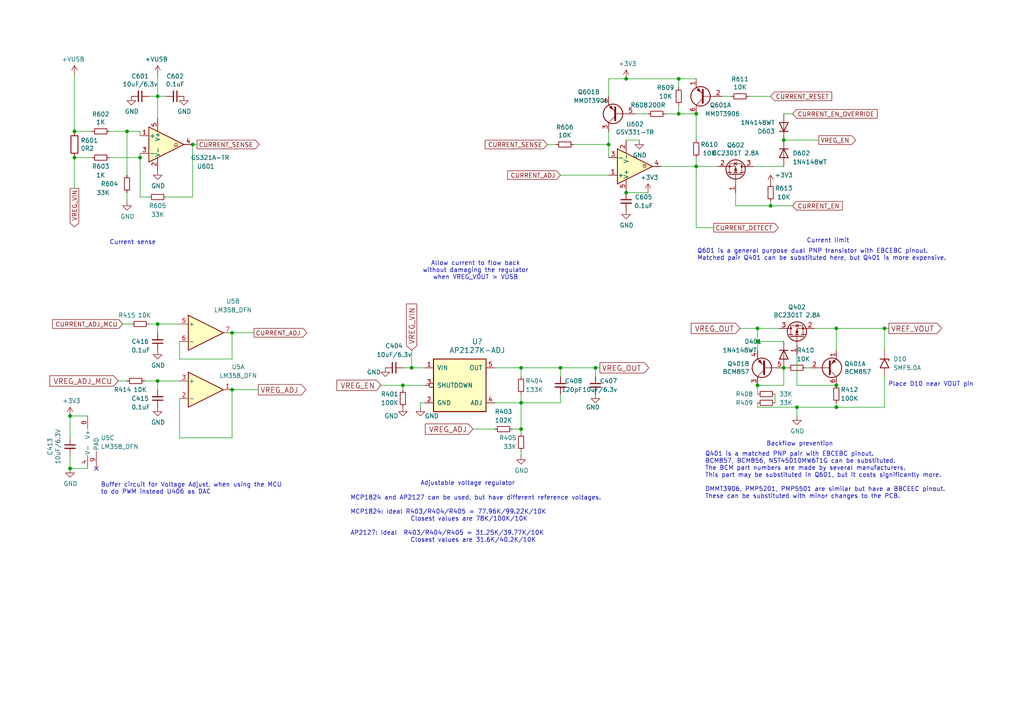
<source format=kicad_sch>
(kicad_sch (version 20231120) (generator "eeschema") (generator_version "8.0")
  (paper "A4")
  (lib_symbols
    (symbol "Amplifier_Operational:LM358_DFN" (pin_names (offset 0.127))
      (property "Reference" "U" (at 0 5.08 0))
      (property "Value" "LM358_DFN" (at 0 -5.08 0))
      (symbol "LM358_DFN_1_1"
        (polyline (pts (xy -5.08 5.08) (xy 5.08 0) (xy -5.08 -5.08) (xy -5.08 5.08)) (stroke (width 0.254)) (fill (type background)))
        (pin output line (at 7.62 0 180) (length 2.54) (name "~") (number "1"))
        (pin input line (at -7.62 -2.54 0) (length 2.54) (name "-") (number "2"))
        (pin input line (at -7.62 2.54 0) (length 2.54) (name "+") (number "3"))
      )
      (symbol "LM358_DFN_2_1"
        (polyline (pts (xy -5.08 5.08) (xy 5.08 0) (xy -5.08 -5.08) (xy -5.08 5.08)) (stroke (width 0.254)) (fill (type background)))
        (pin input line (at -7.62 2.54 0) (length 2.54) (name "+") (number "5"))
        (pin input line (at -7.62 -2.54 0) (length 2.54) (name "-") (number "6"))
        (pin output line (at 7.62 0 180) (length 2.54) (name "~") (number "7"))
      )
      (symbol "LM358_DFN_3_1"
        (pin power_in line (at -2.54 -7.62 90) (length 3.81) (name "V-") (number "4"))
        (pin power_in line (at -2.54 7.62 270) (length 3.81) (name "V+") (number "8"))
        (pin power_in line (at 0 -7.62 90) (length 5.08) (name "PAD") (number "9"))
      )
    )
    (symbol "BusPirate-5-rev10-rescue:+3.3V-power" (power) (pin_names (offset 0))
      (property "Value" "+3.3V-power" (at 0 3.556 0))
      (symbol "+3.3V-power_0_1"
        (polyline (pts (xy -0.762 1.27) (xy 0 2.54)))
        (polyline (pts (xy 0 0) (xy 0 2.54)))
        (polyline (pts (xy 0 2.54) (xy 0.762 1.27)))
      )
      (symbol "+3.3V-power_1_1"
        (pin power_in line (at 0 0 90) (length 0) hide (name "+3V3") (number "1"))
      )
    )
    (symbol "Comparator:LMV331" (pin_names (offset 0.127))
      (property "Reference" "U" (at 1.27 5.08 0))
      (property "Value" "LMV331" (at 3.81 -5.08 0))
      (symbol "LMV331_0_1"
        (polyline (pts (xy -5.08 5.08) (xy 5.08 0) (xy -5.08 -5.08) (xy -5.08 5.08)) (stroke (width 0.254)) (fill (type background)))
        (polyline (pts (xy 3.302 -0.508) (xy 2.794 -0.508) (xy 3.302 0) (xy 2.794 0.508) (xy 2.286 0) (xy 2.794 -0.508) (xy 2.286 -0.508)) (stroke (width 0.127)))
      )
      (symbol "LMV331_1_1"
        (pin input line (at -7.62 2.54 0) (length 2.54) (name "+") (number "1"))
        (pin power_in line (at -2.54 -7.62 90) (length 3.81) (name "V-") (number "2"))
        (pin input line (at -7.62 -2.54 0) (length 2.54) (name "-") (number "3"))
        (pin open_collector line (at 7.62 0 180) (length 2.54) (name "~") (number "4"))
        (pin power_in line (at -2.54 7.62 270) (length 3.81) (name "V+") (number "5"))
      )
    )
    (symbol "Device:C_Small" (pin_numbers hide) (pin_names (offset 0.254) hide)
      (property "Reference" "C" (at 0.254 1.778 0))
      (property "Value" "C_Small" (at 0.254 -2.032 0))
      (symbol "C_Small_0_1"
        (polyline (pts (xy -1.524 -0.508) (xy 1.524 -0.508)) (stroke (width 0.3302)))
        (polyline (pts (xy -1.524 0.508) (xy 1.524 0.508)) (stroke (width 0.3048)))
      )
      (symbol "C_Small_1_1"
        (pin passive line (at 0 2.54 270) (length 2.032) (name "~") (number "1"))
        (pin passive line (at 0 -2.54 90) (length 2.032) (name "~") (number "2"))
      )
    )
    (symbol "Device:R" (pin_numbers hide) (pin_names (offset 0))
      (property "Reference" "R" (at 2.032 0 90))
      (property "Value" "R" (at 0 0 90))
      (symbol "R_0_1"
        (rectangle (start -1.016 -2.54) (end 1.016 2.54) (stroke (width 0.254)))
      )
      (symbol "R_1_1"
        (pin passive line (at 0 3.81 270) (length 1.27) (name "~") (number "1"))
        (pin passive line (at 0 -3.81 90) (length 1.27) (name "~") (number "2"))
      )
    )
    (symbol "Device:R_Small" (pin_numbers hide) (pin_names (offset 0.254) hide)
      (property "Reference" "R" (at 0.762 0.508 0))
      (property "Value" "R_Small" (at 0.762 -1.016 0))
      (symbol "R_Small_0_1"
        (rectangle (start -0.762 1.778) (end 0.762 -1.778) (stroke (width 0.2032)))
      )
      (symbol "R_Small_1_1"
        (pin passive line (at 0 2.54 270) (length 0.762) (name "~") (number "1"))
        (pin passive line (at 0 -2.54 90) (length 0.762) (name "~") (number "2"))
      )
    )
    (symbol "Diode:1N4148WS" (pin_numbers hide) (pin_names hide)
      (property "Reference" "D" (at 0 2.54 0))
      (property "Value" "1N4148WS" (at 0 -2.54 0))
      (symbol "1N4148WS_0_1"
        (polyline (pts (xy -1.27 1.27) (xy -1.27 -1.27)) (stroke (width 0.254)))
        (polyline (pts (xy 1.27 0) (xy -1.27 0)))
        (polyline (pts (xy 1.27 1.27) (xy 1.27 -1.27) (xy -1.27 0) (xy 1.27 1.27)) (stroke (width 0.254)))
      )
      (symbol "1N4148WS_1_1"
        (pin passive line (at -3.81 0 0) (length 2.54) (name "K") (number "1"))
        (pin passive line (at 3.81 0 180) (length 2.54) (name "A") (number "2"))
      )
    )
    (symbol "Diode:SMAJ5.0A" (pin_numbers hide) (pin_names (offset 1.016) hide)
      (property "Reference" "D" (at 0 2.54 0))
      (property "Value" "SMAJ5.0A" (at 0 -2.54 0))
      (symbol "SMAJ5.0A_0_1"
        (polyline (pts (xy -0.762 1.27) (xy -1.27 1.27) (xy -1.27 -1.27)) (stroke (width 0.254)))
        (polyline (pts (xy 1.27 1.27) (xy 1.27 -1.27) (xy -1.27 0) (xy 1.27 1.27)) (stroke (width 0.254)))
      )
      (symbol "SMAJ5.0A_1_1"
        (pin passive line (at -3.81 0 0) (length 2.54) (name "A1") (number "1"))
        (pin passive line (at 3.81 0 180) (length 2.54) (name "A2") (number "2"))
      )
    )
    (symbol "Transistor_FET:BSS84" (pin_names hide)
      (property "Reference" "Q" (at 5.08 1.905 0))
      (property "Value" "BSS84" (at 5.08 0 0))
      (symbol "BSS84_0_1"
        (polyline (pts (xy 0.254 0) (xy -2.54 0)))
        (polyline (pts (xy 0.254 1.905) (xy 0.254 -1.905)) (stroke (width 0.254)))
        (polyline (pts (xy 0.762 -1.27) (xy 0.762 -2.286)) (stroke (width 0.254)))
        (polyline (pts (xy 0.762 0.508) (xy 0.762 -0.508)) (stroke (width 0.254)))
        (polyline (pts (xy 0.762 2.286) (xy 0.762 1.27)) (stroke (width 0.254)))
        (polyline (pts (xy 2.54 2.54) (xy 2.54 1.778)))
        (polyline (pts (xy 2.54 -2.54) (xy 2.54 0) (xy 0.762 0)))
        (polyline (pts (xy 0.762 1.778) (xy 3.302 1.778) (xy 3.302 -1.778) (xy 0.762 -1.778)))
        (polyline (pts (xy 2.286 0) (xy 1.27 0.381) (xy 1.27 -0.381) (xy 2.286 0)) (fill (type outline)))
        (polyline (pts (xy 2.794 -0.508) (xy 2.921 -0.381) (xy 3.683 -0.381) (xy 3.81 -0.254)))
        (polyline (pts (xy 3.302 -0.381) (xy 2.921 0.254) (xy 3.683 0.254) (xy 3.302 -0.381)))
        (circle (center 1.651 0) (radius 2.794) (stroke (width 0.254)))
        (circle (center 2.54 -1.778) (radius 0.254) (fill (type outline)))
        (circle (center 2.54 1.778) (radius 0.254) (fill (type outline)))
      )
      (symbol "BSS84_1_1"
        (pin input line (at -5.08 0 0) (length 2.54) (name "G") (number "1"))
        (pin passive line (at 2.54 -5.08 90) (length 2.54) (name "S") (number "2"))
        (pin passive line (at 2.54 5.08 270) (length 2.54) (name "D") (number "3"))
      )
    )
    (symbol "dp-power:+VUSB" (power) (pin_names (offset 1.016))
      (property "Value" "+VUSB" (at 0 5.08 0))
      (symbol "+VUSB_0_1"
        (polyline (pts (xy 0 0) (xy 0 2.54)))
        (polyline (pts (xy 0 2.54) (xy -0.762 1.27)))
        (polyline (pts (xy 0 2.54) (xy 0.762 1.27)))
      )
      (symbol "+VUSB_1_1"
        (pin power_in line (at 0 0 90) (length 0) hide (name "+VUSB") (number "1"))
      )
    )
    (symbol "dp-vreg:MCP1824" (pin_names (offset 1.016))
      (property "Reference" "U" (at 0 12.7 0))
      (property "Value" "MCP1824" (at 0 10.16 0))
      (symbol "MCP1824_0_1"
        (rectangle (start -7.62 7.62) (end 7.62 -7.62) (stroke (width 0.3048)) (fill (type background)))
      )
      (symbol "MCP1824_1_1"
        (pin input line (at -10.16 5.08 0) (length 2.54) (name "VIN") (number "1"))
        (pin input line (at -10.16 -5.08 0) (length 2.54) (name "GND") (number "2"))
        (pin input inverted (at -10.16 0 0) (length 2.54) (name "SHUTDOWN") (number "3"))
        (pin input line (at 10.16 -5.08 180) (length 2.54) (name "ADJ") (number "4"))
        (pin power_out line (at 10.16 5.08 180) (length 2.54) (name "OUT") (number "5"))
      )
    )
    (symbol "kicad5-device:Q_DUAL_PNP_PNP_E1B1C2E2B2C1" (pin_names (offset 0) hide)
      (property "Reference" "Q" (at 5.08 1.27 0))
      (property "Value" "Q_DUAL_PNP_PNP_E1B1C2E2B2C1" (at 5.08 -1.27 0))
      (symbol "Q_DUAL_PNP_PNP_E1B1C2E2B2C1_0_1"
        (polyline (pts (xy 0.635 0) (xy -2.54 0)))
        (polyline (pts (xy 0.635 0.635) (xy 2.54 2.54)))
        (polyline (pts (xy 0.635 -0.635) (xy 2.54 -2.54) (xy 2.54 -2.54)))
        (polyline (pts (xy 0.635 1.905) (xy 0.635 -1.905) (xy 0.635 -1.905)) (stroke (width 0.508)))
        (polyline (pts (xy 2.286 -1.778) (xy 1.778 -2.286) (xy 1.27 -1.27) (xy 2.286 -1.778) (xy 2.286 -1.778)) (fill (type outline)))
        (circle (center 1.27 0) (radius 2.8194) (stroke (width 0.254)))
      )
      (symbol "Q_DUAL_PNP_PNP_E1B1C2E2B2C1_1_1"
        (pin passive line (at 2.54 -5.08 90) (length 2.54) (name "E1") (number "1"))
        (pin input line (at -5.08 0 0) (length 2.54) (name "B1") (number "2"))
        (pin passive line (at 2.54 5.08 270) (length 2.54) (name "C1") (number "6"))
      )
      (symbol "Q_DUAL_PNP_PNP_E1B1C2E2B2C1_2_1"
        (pin passive line (at 2.54 5.08 270) (length 2.54) (name "C2") (number "3"))
        (pin passive line (at 2.54 -5.08 90) (length 2.54) (name "E2") (number "4"))
        (pin input line (at -5.08 0 0) (length 2.54) (name "B2") (number "5"))
      )
    )
    (symbol "power:GND" (power) (pin_names (offset 0))
      (property "Value" "GND" (at 0 -3.81 0))
      (symbol "GND_0_1"
        (polyline (pts (xy 0 0) (xy 0 -1.27) (xy 1.27 -1.27) (xy 0 -2.54) (xy -1.27 -1.27) (xy 0 -1.27)))
      )
      (symbol "GND_1_1"
        (pin power_in line (at 0 0 270) (length 0) hide (name "GND") (number "1"))
      )
    )
  )
  (junction (at 219.71 95.25))
  (junction (at 201.93 48.26))
  (junction (at 151.13 106.68))
  (junction (at 227.33 40.64))
  (junction (at 242.57 111.76))
  (junction (at 201.93 33.02))
  (junction (at 231.14 118.11))
  (junction (at 162.56 106.68))
  (junction (at 116.84 111.76))
  (junction (at 219.71 111.76))
  (junction (at 242.57 95.25))
  (junction (at 256.54 95.25))
  (junction (at 20.32 120.65))
  (junction (at 181.61 22.86))
  (junction (at 196.85 33.02))
  (junction (at 45.72 27.94))
  (junction (at 21.59 38.1))
  (junction (at 67.31 113.03))
  (junction (at 40.64 45.72))
  (junction (at 151.13 124.46))
  (junction (at 45.72 93.98))
  (junction (at 119.38 106.68))
  (junction (at 45.72 110.49))
  (junction (at 181.61 55.88))
  (junction (at 172.72 106.68))
  (junction (at 219.71 99.06))
  (junction (at 55.88 41.91))
  (junction (at 242.57 118.11))
  (junction (at 20.32 135.89))
  (junction (at 176.53 41.91))
  (junction (at 227.33 106.68))
  (junction (at 36.83 38.1))
  (junction (at 151.13 116.84))
  (junction (at 196.85 22.86))
  (junction (at 21.59 45.72))
  (junction (at 67.31 96.52))
  (junction (at 223.52 59.69))
  (no_connect (at 27.94 135.89))
  (wire (pts (xy 213.36 59.69) (xy 213.36 55.88)))
  (wire (pts (xy 227.33 106.68) (xy 227.33 111.76)))
  (wire (pts (xy 26.67 45.72) (xy 21.59 45.72)))
  (wire (pts (xy 151.13 132.08) (xy 151.13 130.81)))
  (wire (pts (xy 176.53 50.8) (xy 162.56 50.8)))
  (wire (pts (xy 20.32 132.08) (xy 20.32 135.89)))
  (wire (pts (xy 67.31 127) (xy 67.31 113.03)))
  (wire (pts (xy 176.53 41.91) (xy 176.53 45.72)))
  (wire (pts (xy 52.07 110.49) (xy 45.72 110.49)))
  (wire (pts (xy 223.52 27.94) (xy 217.17 27.94)))
  (wire (pts (xy 151.13 125.73) (xy 151.13 124.46)))
  (wire (pts (xy 20.32 120.65) (xy 20.32 127)))
  (wire (pts (xy 166.37 41.91) (xy 176.53 41.91)))
  (wire (pts (xy 181.61 22.86) (xy 176.53 22.86)))
  (wire (pts (xy 31.75 38.1) (xy 36.83 38.1)))
  (wire (pts (xy 233.68 106.68) (xy 234.95 106.68)))
  (wire (pts (xy 161.29 41.91) (xy 158.75 41.91)))
  (wire (pts (xy 151.13 116.84) (xy 162.56 116.84)))
  (wire (pts (xy 242.57 111.76) (xy 231.14 111.76)))
  (wire (pts (xy 191.77 48.26) (xy 201.93 48.26)))
  (wire (pts (xy 45.72 93.98) (xy 45.72 96.52)))
  (wire (pts (xy 123.19 116.84) (xy 121.92 116.84)))
  (wire (pts (xy 40.64 38.1) (xy 40.64 39.37)))
  (wire (pts (xy 67.31 104.14) (xy 67.31 96.52)))
  (wire (pts (xy 40.64 57.15) (xy 40.64 45.72)))
  (wire (pts (xy 45.72 27.94) (xy 45.72 21.59)))
  (wire (pts (xy 21.59 38.1) (xy 21.59 21.59)))
  (wire (pts (xy 151.13 116.84) (xy 151.13 114.3)))
  (wire (pts (xy 116.84 111.76) (xy 110.49 111.76)))
  (wire (pts (xy 187.96 33.02) (xy 184.15 33.02)))
  (wire (pts (xy 193.04 33.02) (xy 196.85 33.02)))
  (wire (pts (xy 151.13 109.22) (xy 151.13 106.68)))
  (wire (pts (xy 226.06 95.25) (xy 219.71 95.25)))
  (wire (pts (xy 172.72 106.68) (xy 173.99 106.68)))
  (wire (pts (xy 231.14 120.65) (xy 231.14 118.11)))
  (wire (pts (xy 196.85 33.02) (xy 201.93 33.02)))
  (wire (pts (xy 43.18 57.15) (xy 40.64 57.15)))
  (wire (pts (xy 201.93 66.04) (xy 201.93 48.26)))
  (wire (pts (xy 36.83 55.88) (xy 36.83 58.42)))
  (wire (pts (xy 256.54 95.25) (xy 257.81 95.25)))
  (wire (pts (xy 55.88 41.91) (xy 55.88 57.15)))
  (wire (pts (xy 137.16 124.46) (xy 143.51 124.46)))
  (wire (pts (xy 256.54 118.11) (xy 242.57 118.11)))
  (wire (pts (xy 21.59 45.72) (xy 21.59 54.61)))
  (wire (pts (xy 55.88 57.15) (xy 48.26 57.15)))
  (wire (pts (xy 67.31 96.52) (xy 73.66 96.52)))
  (wire (pts (xy 52.07 99.06) (xy 52.07 104.14)))
  (wire (pts (xy 236.22 95.25) (xy 242.57 95.25)))
  (wire (pts (xy 143.51 106.68) (xy 151.13 106.68)))
  (wire (pts (xy 213.36 59.69) (xy 223.52 59.69)))
  (wire (pts (xy 229.87 59.69) (xy 223.52 59.69)))
  (wire (pts (xy 181.61 22.86) (xy 196.85 22.86)))
  (wire (pts (xy 219.71 101.6) (xy 219.71 99.06)))
  (wire (pts (xy 162.56 116.84) (xy 162.56 114.3)))
  (wire (pts (xy 242.57 116.84) (xy 242.57 118.11)))
  (wire (pts (xy 196.85 22.86) (xy 201.93 22.86)))
  (wire (pts (xy 151.13 106.68) (xy 162.56 106.68)))
  (wire (pts (xy 40.64 44.45) (xy 40.64 45.72)))
  (wire (pts (xy 214.63 95.25) (xy 219.71 95.25)))
  (wire (pts (xy 181.61 55.88) (xy 187.96 55.88)))
  (wire (pts (xy 201.93 48.26) (xy 201.93 45.72)))
  (wire (pts (xy 218.44 48.26) (xy 227.33 48.26)))
  (wire (pts (xy 119.38 101.6) (xy 119.38 106.68)))
  (wire (pts (xy 231.14 118.11) (xy 219.71 118.11)))
  (wire (pts (xy 172.72 106.68) (xy 172.72 109.22)))
  (wire (pts (xy 55.88 41.91) (xy 57.15 41.91)))
  (wire (pts (xy 151.13 124.46) (xy 151.13 116.84)))
  (wire (pts (xy 212.09 27.94) (xy 209.55 27.94)))
  (wire (pts (xy 181.61 40.64) (xy 185.42 40.64)))
  (wire (pts (xy 207.01 66.04) (xy 201.93 66.04)))
  (wire (pts (xy 237.49 40.64) (xy 227.33 40.64)))
  (wire (pts (xy 219.71 111.76) (xy 219.71 114.3)))
  (wire (pts (xy 176.53 27.94) (xy 176.53 22.86)))
  (wire (pts (xy 45.72 113.03) (xy 45.72 110.49)))
  (wire (pts (xy 52.07 115.57) (xy 52.07 127)))
  (wire (pts (xy 224.79 114.3) (xy 224.79 116.84)))
  (wire (pts (xy 116.84 106.68) (xy 119.38 106.68)))
  (wire (pts (xy 116.84 113.03) (xy 116.84 111.76)))
  (wire (pts (xy 52.07 127) (xy 67.31 127)))
  (wire (pts (xy 143.51 116.84) (xy 151.13 116.84)))
  (wire (pts (xy 26.67 38.1) (xy 21.59 38.1)))
  (wire (pts (xy 231.14 111.76) (xy 231.14 102.87)))
  (wire (pts (xy 45.72 93.98) (xy 52.07 93.98)))
  (wire (pts (xy 119.38 106.68) (xy 123.19 106.68)))
  (wire (pts (xy 52.07 104.14) (xy 67.31 104.14)))
  (wire (pts (xy 148.59 124.46) (xy 151.13 124.46)))
  (wire (pts (xy 176.53 38.1) (xy 176.53 41.91)))
  (wire (pts (xy 227.33 99.06) (xy 219.71 99.06)))
  (wire (pts (xy 36.83 50.8) (xy 36.83 38.1)))
  (wire (pts (xy 45.72 110.49) (xy 41.91 110.49)))
  (wire (pts (xy 74.93 113.03) (xy 67.31 113.03)))
  (wire (pts (xy 123.19 111.76) (xy 116.84 111.76)))
  (wire (pts (xy 201.93 40.64) (xy 201.93 33.02)))
  (wire (pts (xy 196.85 25.4) (xy 196.85 22.86)))
  (wire (pts (xy 256.54 95.25) (xy 256.54 101.6)))
  (wire (pts (xy 219.71 111.76) (xy 227.33 111.76)))
  (wire (pts (xy 242.57 95.25) (xy 242.57 101.6)))
  (wire (pts (xy 162.56 109.22) (xy 162.56 106.68)))
  (wire (pts (xy 162.56 106.68) (xy 172.72 106.68)))
  (wire (pts (xy 208.28 48.26) (xy 201.93 48.26)))
  (wire (pts (xy 219.71 116.84) (xy 219.71 118.11)))
  (wire (pts (xy 36.83 110.49) (xy 34.29 110.49)))
  (wire (pts (xy 228.6 106.68) (xy 227.33 106.68)))
  (wire (pts (xy 40.64 45.72) (xy 31.75 45.72)))
  (wire (pts (xy 196.85 30.48) (xy 196.85 33.02)))
  (wire (pts (xy 219.71 99.06) (xy 219.71 95.25)))
  (wire (pts (xy 43.18 27.94) (xy 45.72 27.94)))
  (wire (pts (xy 36.83 38.1) (xy 40.64 38.1)))
  (wire (pts (xy 256.54 109.22) (xy 256.54 118.11)))
  (wire (pts (xy 20.32 120.65) (xy 25.4 120.65)))
  (wire (pts (xy 45.72 27.94) (xy 45.72 34.29)))
  (wire (pts (xy 223.52 58.42) (xy 223.52 59.69)))
  (wire (pts (xy 43.18 93.98) (xy 45.72 93.98)))
  (wire (pts (xy 229.87 33.02) (xy 227.33 33.02)))
  (wire (pts (xy 121.92 116.84) (xy 121.92 118.11)))
  (wire (pts (xy 242.57 95.25) (xy 256.54 95.25)))
  (wire (pts (xy 45.72 27.94) (xy 48.26 27.94)))
  (wire (pts (xy 242.57 118.11) (xy 231.14 118.11)))
  (wire (pts (xy 20.32 135.89) (xy 25.4 135.89)))
  (wire (pts (xy 38.1 93.98) (xy 35.56 93.98)))
  (text "Adjustable voltage regulator" (at 121.92 140.97 0) (effects (font (size 1.27 1.27)) (justify left bottom)))
  (text "Backflow prevention" (at 222.25 129.54 0) (effects (font (size 1.27 1.27)) (justify left bottom)))
  (text "Q401 is a matched PNP pair with EBCEBC pinout.\nBCM857, BCM856, NST45010MW6T1G can be substituted. \nThe BCM part numbers are made by several manufacturers.\nThis part may be substituted in Q601, but it costs significantly more.\n\nDMMT3906, PMP5201, PMP5501 are similar but have a BBCEEC pinout.\nThese can be substituted with minor changes to the PCB." (at 204.47 144.78 0) (effects (font (size 1.27 1.27)) (justify left bottom)))
  (text "Current sense" (at 31.75 71.12 0) (effects (font (size 1.27 1.27)) (justify left bottom)))
  (text "Place D10 near VOUT pin" (at 270.002 111.506 0) (effects (font (size 1.27 1.27))))
  (text "Allow current to flow back\nwithout damaging the regulator\nwhen VREG_VOUT > VUSB" (at 137.922 78.486 0) (effects (font (size 1.27 1.27))))
  (text "MCP1824 and AP2127 can be used, but have different reference voltages.\n\nMCP1824: Ideal R403/R404/R405 = 77.96K/99.22K/10K\n                  Closest values are 78K/100K/10K\n\nAP2127: Ideal  R403/R404/R405 = 31.25K/39.77K/10K\n                  Closest values are 31.6K/40.2K/10K" (at 101.6 157.48 0) (effects (font (size 1.27 1.27)) (justify left bottom)))
  (text "Current limit" (at 233.934 70.612 0) (effects (font (size 1.27 1.27)) (justify left bottom)))
  (text "Buffer circuit for Voltage Adjust, when using the MCU\nto do PWM instead U406 as DAC" (at 29.21 143.51 0) (effects (font (size 1.27 1.27)) (justify left bottom)))
  (text "Q601 is a general purpose dual PNP transistor with EBCEBC pinout. \nMatched pair Q401 can be substituted here, but Q401 is more expensive.\n" (at 202.184 75.692 0) (effects (font (size 1.27 1.27)) (justify left bottom)))
  (global_label "CURRENT_ADJ" (shape input) (at 162.56 50.8 180) (property "Intersheetrefs" "${INTERSHEET_REFS}" (effects (hide yes))))
  (global_label "VREG_OUT" (shape input) (at 214.63 95.25 180) (effects (font (size 1.524 1.524))) (property "Intersheetrefs" "${INTERSHEET_REFS}" (effects (hide yes))))
  (global_label "VREG_VIN" (shape output) (at 21.59 54.61 270) (property "Intersheetrefs" "${INTERSHEET_REFS}" (effects (hide yes))))
  (global_label "VREG_ADJ" (shape output) (at 74.93 113.03 0) (effects (font (size 1.524 1.524))) (property "Intersheetrefs" "${INTERSHEET_REFS}" (effects (hide yes))))
  (global_label "CURRENT_ADJ" (shape output) (at 73.66 96.52 0) (property "Intersheetrefs" "${INTERSHEET_REFS}" (effects (hide yes))))
  (global_label "CURRENT_DETECT" (shape output) (at 207.01 66.04 0) (property "Intersheetrefs" "${INTERSHEET_REFS}" (effects (hide yes))))
  (global_label "VREG_ADJ" (shape input) (at 137.16 124.46 180) (effects (font (size 1.524 1.524))) (property "Intersheetrefs" "${INTERSHEET_REFS}" (effects (hide yes))))
  (global_label "VREG_EN" (shape output) (at 237.49 40.64 0) (property "Intersheetrefs" "${INTERSHEET_REFS}" (effects (hide yes))))
  (global_label "VREG_OUT" (shape output) (at 173.99 106.68 0) (effects (font (size 1.524 1.524))) (property "Intersheetrefs" "${INTERSHEET_REFS}" (effects (hide yes))))
  (global_label "VREF_VOUT" (shape output) (at 257.81 95.25 0) (effects (font (size 1.524 1.524))) (property "Intersheetrefs" "${INTERSHEET_REFS}" (effects (hide yes))))
  (global_label "CURRENT_SENSE" (shape input) (at 158.75 41.91 180) (property "Intersheetrefs" "${INTERSHEET_REFS}" (effects (hide yes))))
  (global_label "VREG_EN" (shape input) (at 110.49 111.76 180) (effects (font (size 1.524 1.524))) (property "Intersheetrefs" "${INTERSHEET_REFS}" (effects (hide yes))))
  (global_label "VREG_ADJ_MCU" (shape input) (at 34.29 110.49 180) (effects (font (size 1.524 1.524))) (property "Intersheetrefs" "${INTERSHEET_REFS}" (effects (hide yes))))
  (global_label "CURRENT_SENSE" (shape output) (at 57.15 41.91 0) (property "Intersheetrefs" "${INTERSHEET_REFS}" (effects (hide yes))))
  (global_label "VREG_VIN" (shape input) (at 119.38 101.6 90) (effects (font (size 1.524 1.524))) (property "Intersheetrefs" "${INTERSHEET_REFS}" (effects (hide yes))))
  (global_label "CURRENT_EN" (shape input) (at 229.87 59.69 0) (property "Intersheetrefs" "${INTERSHEET_REFS}" (effects (hide yes))))
  (global_label "CURRENT_EN_OVERRIDE" (shape input) (at 229.87 33.02 0) (property "Intersheetrefs" "${INTERSHEET_REFS}" (effects (hide yes))))
  (global_label "CURRENT_RESET" (shape input) (at 223.52 27.94 0) (property "Intersheetrefs" "${INTERSHEET_REFS}" (effects (hide yes))))
  (global_label "CURRENT_ADJ_MCU" (shape input) (at 35.56 93.98 180) (property "Intersheetrefs" "${INTERSHEET_REFS}" (effects (hide yes))))
  (symbol (lib_id "dp-vreg:MCP1824") (at 133.35 111.76 0) (unit 1)
    (property "Reference" "U?" (at 138.43 99.06 0) (effects (font (size 1.524 1.524))))
    (property "Value" "AP2127K-ADJ" (at 138.43 101.6 0) (effects (font (size 1.524 1.524))))
    (property "Footprint" "Package_TO_SOT_SMD:SOT-23-5" (effects (hide yes)))
    (property "RMB" "2.68" (effects (hide yes)))
    (property "Supplier" " https://item.szlcsc.com/157049.html" (effects (hide yes)))
    (instances (project "REV0" (path "" (reference "U?") (unit 1)) (path "" (reference "U403") (unit 1))))
  )
  (symbol (lib_id "power:GND") (at 121.92 118.11 0) (unit 1)
    (property "Reference" "#PWR0412" (effects (hide yes)))
    (property "Value" "GND" (at 123.19 120.65 0) (effects (justify left)))
  )
  (symbol (lib_id "Device:C_Small") (at 172.72 111.76 0) (unit 1)
    (property "Reference" "C407" (at 179.07 110.49 0) (effects (justify right)))
    (property "Value" "10uF/6.3v" (at 179.07 113.03 0) (effects (justify right)))
    (property "Footprint" "Capacitor_SMD:C_0402_1005Metric" (effects (hide yes)))
    (property "Description" "CL05A106MQ5NUN" (effects (hide yes)))
    (property "RMB" "0.037726" (effects (hide yes)))
    (property "Supplier" "https://item.szlcsc.com/1877.html" (effects (hide yes)))
    (property "MANUFACTURER" "Samsung" (effects (hide yes)))
  )
  (symbol (lib_id "power:GND") (at 172.72 114.3 0) (unit 1)
    (property "Reference" "#PWR0419" (effects (hide yes)))
    (property "Value" "GND" (at 173.99 118.11 0) (effects (justify right)))
  )
  (symbol (lib_id "Device:C_Small") (at 114.3 106.68 270) (unit 1)
    (property "Reference" "C404" (at 114.3 100.33 90))
    (property "Value" "10uF/6.3v" (at 114.3 102.87 90))
    (property "Footprint" "Capacitor_SMD:C_0402_1005Metric" (effects (hide yes)))
    (property "Description" "CL05A106MQ5NUN" (effects (hide yes)))
    (property "RMB" "0.037726" (effects (hide yes)))
    (property "Supplier" "https://item.szlcsc.com/1877.html" (effects (hide yes)))
    (property "MANUFACTURER" "Samsung" (effects (hide yes)))
  )
  (symbol (lib_id "power:GND") (at 111.76 106.68 0) (unit 1)
    (property "Reference" "#PWR0410" (effects (hide yes)))
    (property "Value" "GND" (at 110.49 107.95 0) (effects (justify right)))
  )
  (symbol (lib_id "Device:R_Small") (at 116.84 115.57 0) (unit 1)
    (property "Reference" "R401" (at 115.57 114.3 0) (effects (justify right)))
    (property "Value" "100K" (at 115.57 116.84 0) (effects (justify right)))
    (property "Footprint" "Resistor_SMD:R_0402_1005Metric" (effects (hide yes)))
    (property "RMB" "0.005749" (effects (hide yes)))
    (property "Supplier" "https://item.szlcsc.com/61543.html" (effects (hide yes)))
  )
  (symbol (lib_id "power:GND") (at 116.84 118.11 0) (unit 1)
    (property "Reference" "#PWR0411" (effects (hide yes)))
    (property "Value" "GND" (at 115.57 120.65 0) (effects (justify right)))
  )
  (symbol (lib_id "Device:R_Small") (at 151.13 111.76 0) (unit 1)
    (property "Reference" "R404" (at 152.4 110.49 0) (effects (justify left)))
    (property "Value" "133K" (at 152.4 113.03 0) (effects (justify left)))
    (property "Footprint" "Resistor_SMD:R_0402_1005Metric" (effects (hide yes)))
    (property "RMB" "0.005749" (effects (hide yes)))
    (property "Supplier" "https://item.szlcsc.com/61543.html" (effects (hide yes)))
  )
  (symbol (lib_id "Device:R_Small") (at 151.13 128.27 0) (unit 1)
    (property "Reference" "R405" (at 149.86 127 0) (effects (justify right)))
    (property "Value" "33K" (at 149.86 129.54 0) (effects (justify right)))
    (property "Footprint" "Resistor_SMD:R_0402_1005Metric" (effects (hide yes)))
    (property "RMB" "0.004864" (effects (hide yes)))
    (property "Supplier" "https://item.szlcsc.com/61542.html" (effects (hide yes)))
  )
  (symbol (lib_id "Device:R_Small") (at 146.05 124.46 90) (unit 1)
    (property "Reference" "R403" (at 146.05 119.38 90))
    (property "Value" "102K" (at 146.05 121.92 90))
    (property "Footprint" "Resistor_SMD:R_0402_1005Metric" (effects (hide yes)))
    (property "RMB" "0.005944" (effects (hide yes)))
    (property "Supplier" "https://item.szlcsc.com/174835.html" (effects (hide yes)))
  )
  (symbol (lib_id "power:GND") (at 151.13 132.08 0) (unit 1)
    (property "Reference" "#PWR0417" (effects (hide yes)))
    (property "Value" "GND" (at 151.257 136.4742 0))
  )
  (symbol (lib_id "Device:R_Small") (at 29.21 38.1 270) (unit 1)
    (property "Reference" "R602" (at 29.21 33.1216 90))
    (property "Value" "1K" (at 29.21 35.433 90))
    (property "Footprint" "Resistor_SMD:R_0402_1005Metric" (effects (hide yes)))
    (property "RMB" "0.005622" (effects (hide yes)))
    (property "Supplier" "https://item.szlcsc.com/107450.html" (effects (hide yes)))
  )
  (symbol (lib_id "Device:R") (at 21.59 41.91 0) (unit 1)
    (property "Reference" "R601" (at 23.368 40.7416 0) (effects (justify left)))
    (property "Value" "0R2" (at 23.368 43.053 0) (effects (justify left)))
    (property "Footprint" "Resistor_SMD:R_2512_6332Metric_Pad1.40x3.35mm_HandSolder" (effects (hide yes)))
    (property "RMB" "0.418328" (effects (hide yes)))
    (property "Supplier" "https://item.szlcsc.com/464030.html" (effects (hide yes)))
  )
  (symbol (lib_id "Device:R_Small") (at 29.21 45.72 270) (unit 1)
    (property "Reference" "R603" (at 29.21 48.26 90))
    (property "Value" "1K" (at 29.21 50.8 90))
    (property "Footprint" "Resistor_SMD:R_0402_1005Metric" (effects (hide yes)))
    (property "RMB" "0.005622" (effects (hide yes)))
    (property "Supplier" "https://item.szlcsc.com/107450.html" (effects (hide yes)))
  )
  (symbol (lib_id "Device:R_Small") (at 36.83 53.34 180) (unit 1)
    (property "Reference" "R604" (at 29.21 53.34 0) (effects (justify right)))
    (property "Value" "33K" (at 27.94 55.88 0) (effects (justify right)))
    (property "Footprint" "Resistor_SMD:R_0402_1005Metric" (effects (hide yes)))
    (property "RMB" "0.005541" (effects (hide yes)))
    (property "Supplier" "https://item.szlcsc.com/141563.html" (effects (hide yes)))
  )
  (symbol (lib_id "power:GND") (at 36.83 58.42 0) (unit 1)
    (property "Reference" "#PWR0602" (effects (hide yes)))
    (property "Value" "GND" (at 36.957 62.8142 0))
  )
  (symbol (lib_id "power:GND") (at 45.72 49.53 0) (unit 1)
    (property "Reference" "#PWR0605" (effects (hide yes)))
    (property "Value" "GND" (at 45.847 53.9242 0))
  )
  (symbol (lib_id "Device:R_Small") (at 45.72 57.15 270) (unit 1)
    (property "Reference" "R605" (at 45.72 59.69 90))
    (property "Value" "33K" (at 45.72 62.23 90))
    (property "Footprint" "Resistor_SMD:R_0402_1005Metric" (effects (hide yes)))
    (property "RMB" "0.005541" (effects (hide yes)))
    (property "Supplier" "https://item.szlcsc.com/141563.html" (effects (hide yes)))
  )
  (symbol (lib_id "Device:C_Small") (at 50.8 27.94 270) (unit 1)
    (property "Reference" "C602" (at 50.8 22.1234 90))
    (property "Value" "0.1uF" (at 50.8 24.4348 90))
    (property "Footprint" "Capacitor_SMD:C_0402_1005Metric" (effects (hide yes)))
    (property "RMB" "0.00628" (effects (hide yes)))
    (property "Supplier" "https://item.szlcsc.com/1877.html" (effects (hide yes)))
  )
  (symbol (lib_id "Device:C_Small") (at 40.64 27.94 270) (unit 1)
    (property "Reference" "C601" (at 40.64 22.1234 90))
    (property "Value" "10uF/6.3v" (at 40.64 24.4348 90))
    (property "Footprint" "Capacitor_SMD:C_0402_1005Metric" (effects (hide yes)))
    (property "Description" "CL05A106MQ5NUN" (effects (hide yes)))
    (property "RMB" "0.043101" (effects (hide yes)))
    (property "Supplier" "https://item.szlcsc.com/108589.html" (effects (hide yes)))
    (property "MANUFACTURER" "Samsung" (effects (hide yes)))
  )
  (symbol (lib_id "power:GND") (at 53.34 27.94 0) (unit 1)
    (property "Reference" "#PWR0606" (effects (hide yes)))
    (property "Value" "GND" (at 53.467 32.3342 0))
  )
  (symbol (lib_id "power:GND") (at 38.1 27.94 0) (unit 1)
    (property "Reference" "#PWR0603" (effects (hide yes)))
    (property "Value" "GND" (at 38.227 32.3342 0))
  )
  (symbol (lib_id "Device:R_Small") (at 163.83 41.91 270) (unit 1)
    (property "Reference" "R606" (at 163.83 36.9316 90))
    (property "Value" "10K" (at 163.83 39.243 90))
    (property "Footprint" "Resistor_SMD:R_0402_1005Metric" (effects (hide yes)))
  )
  (symbol (lib_id "BusPirate-5-rev10-rescue:+3.3V-power") (at 181.61 22.86 0) (unit 1)
    (property "Reference" "#PWR0609" (effects (hide yes)))
    (property "Value" "+3V3" (at 181.991 18.4658 0))
  )
  (symbol (lib_id "Device:C_Small") (at 181.61 58.42 0) (unit 1)
    (property "Reference" "C605" (at 186.69 57.15 0))
    (property "Value" "0.1uF" (at 186.69 59.69 0))
    (property "Footprint" "Capacitor_SMD:C_0402_1005Metric" (effects (hide yes)))
    (property "RMB" "0.00628" (effects (hide yes)))
    (property "Supplier" "https://item.szlcsc.com/1877.html" (effects (hide yes)))
  )
  (symbol (lib_id "power:GND") (at 181.61 60.96 0) (unit 1)
    (property "Reference" "#PWR0610" (effects (hide yes)))
    (property "Value" "GND" (at 181.737 65.3542 0))
  )
  (symbol (lib_id "dp-power:+VUSB") (at 45.72 21.59 0) (unit 1)
    (property "Reference" "#PWR0604" (effects (hide yes)))
    (property "Value" "+VUSB" (at 45.339 17.1958 0))
  )
  (symbol (lib_id "dp-power:+VUSB") (at 21.59 21.59 0) (unit 1)
    (property "Reference" "#PWR0601" (effects (hide yes)))
    (property "Value" "+VUSB" (at 21.209 17.1958 0))
  )
  (symbol (lib_id "BusPirate-5-rev10-rescue:+3.3V-power") (at 187.96 55.88 0) (unit 1)
    (property "Reference" "#PWR0612" (effects (hide yes)))
    (property "Value" "+3V3" (at 188.341 51.4858 0))
  )
  (symbol (lib_id "power:GND") (at 185.42 40.64 0) (unit 1)
    (property "Reference" "#PWR0611" (effects (hide yes)))
    (property "Value" "GND" (at 185.547 45.0342 0))
  )
  (symbol (lib_id "Device:R_Small") (at 190.5 33.02 90) (unit 1)
    (property "Reference" "R608" (at 185.42 30.48 90))
    (property "Value" "200R" (at 190.5 30.48 90))
    (property "Footprint" "Resistor_SMD:R_0402_1005Metric" (effects (hide yes)))
  )
  (symbol (lib_id "Device:R_Small") (at 196.85 27.94 0) (unit 1)
    (property "Reference" "R609" (at 193.04 25.4 0))
    (property "Value" "10K" (at 193.04 27.94 0))
    (property "Footprint" "Resistor_SMD:R_0402_1005Metric" (effects (hide yes)))
  )
  (symbol (lib_id "Device:R_Small") (at 201.93 43.18 0) (unit 1)
    (property "Reference" "R610" (at 205.74 41.91 0))
    (property "Value" "10K" (at 205.74 44.45 0))
    (property "Footprint" "Resistor_SMD:R_0402_1005Metric" (effects (hide yes)))
  )
  (symbol (lib_id "Transistor_FET:BSS84") (at 213.36 50.8 270) (mirror x) (unit 1)
    (property "Reference" "Q602" (at 213.36 42.0878 90))
    (property "Value" "BC2301T 2.8A" (at 213.36 44.3992 90))
    (property "Footprint" "Package_TO_SOT_SMD:SOT-523" (effects (hide yes)))
    (property "Datasheet" "http://www.aosmd.com/pdfs/datasheet/AO3401A.pdf" (effects (hide yes)))
    (property "RMB" "0.232494" (effects (hide yes)))
    (property "Supplier" "https://item.szlcsc.com/76686.html" (effects (hide yes)))
  )
  (symbol (lib_id "Device:R_Small") (at 223.52 55.88 0) (unit 1)
    (property "Reference" "R613" (at 227.33 54.61 0))
    (property "Value" "10K" (at 227.33 57.15 0))
    (property "Footprint" "Resistor_SMD:R_0402_1005Metric" (effects (hide yes)))
  )
  (symbol (lib_id "BusPirate-5-rev10-rescue:+3.3V-power") (at 223.52 53.34 0) (unit 1)
    (property "Reference" "#PWR0613" (effects (hide yes)))
    (property "Value" "+3V3" (at 227.33 50.8 0))
  )
  (symbol (lib_id "Device:R_Small") (at 214.63 27.94 270) (unit 1)
    (property "Reference" "R611" (at 214.63 22.9616 90))
    (property "Value" "10K" (at 214.63 25.273 90))
    (property "Footprint" "Resistor_SMD:R_0402_1005Metric" (effects (hide yes)))
  )
  (symbol (lib_id "kicad5-device:Q_DUAL_PNP_PNP_E1B1C2E2B2C1") (at 204.47 27.94 180) (unit 1)
    (property "Reference" "Q601" (at 212.09 30.48 0) (effects (justify left)))
    (property "Value" "MMDT3906" (at 214.63 33.02 0) (effects (justify left)))
    (property "Footprint" "Package_TO_SOT_SMD:SOT-363_SC-70-6" (effects (hide yes)))
  )
  (symbol (lib_id "kicad5-device:Q_DUAL_PNP_PNP_E1B1C2E2B2C1") (at 179.07 33.02 180) (unit 2)
    (property "Reference" "Q601" (at 173.99 26.67 0) (effects (justify left)))
    (property "Value" "MMDT3906" (at 176.53 29.21 0) (effects (justify left)))
    (property "Footprint" "Package_TO_SOT_SMD:SOT-363_SC-70-6" (effects (hide yes)))
  )
  (symbol (lib_id "Diode:1N4148WS") (at 227.33 44.45 270) (unit 1)
    (property "Reference" "D602" (at 229.87 44.45 90) (effects (justify left)))
    (property "Value" "1N4148WT" (at 229.87 46.99 90) (effects (justify left)))
    (property "Footprint" "Diode_SMD:D_SOD-523" (effects (hide yes)))
    (property "Datasheet" "https://www.vishay.com/docs/85751/1n4148ws.pdf" (effects (hide yes)))
    (property "RMB" "0.182079" (effects (hide yes)))
    (property "Supplier" "https://item.szlcsc.com/120141.html" (effects (hide yes)))
  )
  (symbol (lib_id "Diode:1N4148WS") (at 227.33 36.83 90) (unit 1)
    (property "Reference" "D603" (at 224.79 38.1 90) (effects (justify left)))
    (property "Value" "1N4148WT" (at 224.79 35.56 90) (effects (justify left)))
    (property "Footprint" "Diode_SMD:D_SOD-523" (effects (hide yes)))
    (property "Datasheet" "https://www.vishay.com/docs/85751/1n4148ws.pdf" (effects (hide yes)))
    (property "RMB" "0.182079" (effects (hide yes)))
    (property "Supplier" "https://item.szlcsc.com/120141.html" (effects (hide yes)))
  )
  (symbol (lib_id "Device:C_Small") (at 162.56 111.76 0) (unit 1)
    (property "Reference" "C408" (at 168.91 110.49 0) (effects (justify right)))
    (property "Value" "120pF" (at 168.91 113.03 0) (effects (justify right)))
    (property "Footprint" "Capacitor_SMD:C_0402_1005Metric" (effects (hide yes)))
    (property "RMB" "0.037726" (effects (hide yes)))
    (property "Supplier" "https://item.szlcsc.com/1877.html" (effects (hide yes)))
  )
  (symbol (lib_id "Comparator:LMV331") (at 184.15 48.26 0) (mirror x) (unit 1)
    (property "Reference" "U602" (at 184.15 36.0426 0))
    (property "Value" "GSV331-TR" (at 184.15 38.354 0))
    (property "Footprint" "Package_TO_SOT_SMD:SOT-23-5" (effects (hide yes)))
    (property "Datasheet" "http://www.ti.com/lit/ds/symlink/lmv331.pdf" (effects (hide yes)))
  )
  (symbol (lib_id "Comparator:LMV331") (at 48.26 41.91 0) (unit 1)
    (property "Reference" "U601" (at 59.69 48.26 0))
    (property "Value" "GS321A-TR" (at 60.96 45.72 0))
    (property "Footprint" "Package_TO_SOT_SMD:SOT-23-5" (effects (hide yes)))
    (property "Datasheet" "http://www.ti.com/lit/ds/symlink/lmv331.pdf" (effects (hide yes)))
  )
  (symbol (lib_id "Amplifier_Operational:LM358_DFN") (at 59.69 113.03 0) (unit 1)
    (property "Reference" "U5" (at 69.088 106.426 0))
    (property "Value" "LM358_DFN" (at 69.088 108.966 0))
    (property "Footprint" "Package_DFN_QFN:DFN-8-1EP_2x2mm_P0.5mm_EP1.05x1.75mm" (effects (hide yes)))
    (property "Datasheet" "www.st.com/resource/en/datasheet/lm358.pdf" (effects (hide yes)))
    (property "Description" "Low-Power, Dual Operational Amplifiers, DFN-8" (effects (hide yes)))
  )
  (symbol (lib_id "power:GND") (at 20.32 135.89 0) (unit 1)
    (property "Reference" "#PWR052" (effects (hide yes)))
    (property "Value" "GND" (at 20.447 140.2842 0))
  )
  (symbol (lib_id "Device:R_Small") (at 39.37 110.49 270) (unit 1)
    (property "Reference" "R414" (at 35.56 113.03 90))
    (property "Value" "10K" (at 40.64 113.03 90))
    (property "Footprint" "Resistor_SMD:R_0402_1005Metric" (effects (hide yes)))
  )
  (symbol (lib_id "Diode:SMAJ5.0A") (at 256.54 105.41 270) (unit 1)
    (property "Reference" "D10" (at 259.08 104.1399 90) (effects (justify left)))
    (property "Value" "SMF5.0A" (at 259.08 106.6799 90) (effects (justify left)))
    (property "Footprint" "Diode_SMD:D_SMF" (effects (hide yes)))
  )
  (symbol (lib_id "Device:C_Small") (at 45.72 99.06 180) (unit 1)
    (property "Reference" "C416" (at 38.1 99.06 0) (effects (justify right)))
    (property "Value" "0.1uF" (at 38.1 101.6 0) (effects (justify right)))
    (property "Footprint" "Capacitor_SMD:C_0402_1005Metric" (effects (hide yes)))
  )
  (symbol (lib_id "Device:R_Small") (at 40.64 93.98 270) (unit 1)
    (property "Reference" "R415" (at 36.83 91.44 90))
    (property "Value" "10K" (at 41.91 91.44 90))
    (property "Footprint" "Resistor_SMD:R_0402_1005Metric" (effects (hide yes)))
  )
  (symbol (lib_id "Diode:1N4148WS") (at 227.33 102.87 270) (unit 1)
    (property "Reference" "D401" (at 215.9 99.06 90) (effects (justify left)))
    (property "Value" "1N4148WT" (at 209.55 101.6 90) (effects (justify left)))
    (property "Footprint" "Diode_SMD:D_SOD-523" (effects (hide yes)))
    (property "Datasheet" "https://www.vishay.com/docs/85751/1n4148ws.pdf" (effects (hide yes)))
    (property "RMB" "0.182079" (effects (hide yes)))
    (property "Supplier" "https://item.szlcsc.com/120141.html" (effects (hide yes)))
  )
  (symbol (lib_id "BusPirate-5-rev10-rescue:+3.3V-power") (at 20.32 120.65 0) (unit 1)
    (property "Reference" "#PWR053" (effects (hide yes)))
    (property "Value" "+3V3" (at 20.701 116.2558 0))
  )
  (symbol (lib_id "Device:R_Small") (at 231.14 106.68 270) (unit 1)
    (property "Reference" "R410" (at 236.22 101.6 90) (effects (justify right)))
    (property "Value" "10K" (at 234.95 104.14 90) (effects (justify right)))
    (property "Footprint" "Resistor_SMD:R_0402_1005Metric" (effects (hide yes)))
    (property "RMB" "0.005541" (effects (hide yes)))
    (property "Supplier" "https://item.szlcsc.com/141563.html" (effects (hide yes)))
  )
  (symbol (lib_id "Device:R_Small") (at 222.25 114.3 270) (unit 1)
    (property "Reference" "R408" (at 218.44 114.3 90) (effects (justify right)))
    (property "Value" "33K" (at 229.87 114.3 90) (effects (justify right)))
    (property "Footprint" "Resistor_SMD:R_0402_1005Metric" (effects (hide yes)))
    (property "RMB" "0.005541" (effects (hide yes)))
    (property "Supplier" "https://item.szlcsc.com/141563.html" (effects (hide yes)))
  )
  (symbol (lib_id "power:GND") (at 231.14 120.65 0) (unit 1)
    (property "Reference" "#PWR020" (effects (hide yes)))
    (property "Value" "GND" (at 231.267 125.0442 0))
  )
  (symbol (lib_id "power:GND") (at 45.72 118.11 0) (unit 1)
    (property "Reference" "#PWR051" (effects (hide yes)))
    (property "Value" "GND" (at 45.847 122.5042 0))
  )
  (symbol (lib_id "power:GND") (at 45.72 101.6 0) (unit 1)
    (property "Reference" "#PWR095" (effects (hide yes)))
    (property "Value" "GND" (at 45.847 105.9942 0))
  )
  (symbol (lib_id "kicad5-device:Q_DUAL_PNP_PNP_E1B1C2E2B2C1") (at 222.25 106.68 180) (unit 2)
    (property "Reference" "Q401" (at 217.3986 105.5116 0) (effects (justify left)))
    (property "Value" "BCM857" (at 217.3986 107.823 0) (effects (justify left)))
    (property "Footprint" "Package_TO_SOT_SMD:SOT-363_SC-70-6" (effects (hide yes)))
  )
  (symbol (lib_id "Device:R_Small") (at 222.25 116.84 270) (unit 1)
    (property "Reference" "R409" (at 218.44 116.84 90) (effects (justify right)))
    (property "Value" "33K" (at 229.87 116.84 90) (effects (justify right)))
    (property "Footprint" "Resistor_SMD:R_0402_1005Metric" (effects (hide yes)))
    (property "RMB" "0.005541" (effects (hide yes)))
    (property "Supplier" "https://item.szlcsc.com/141563.html" (effects (hide yes)))
  )
  (symbol (lib_id "kicad5-device:Q_DUAL_PNP_PNP_E1B1C2E2B2C1") (at 240.03 106.68 0) (mirror x) (unit 1)
    (property "Reference" "Q401" (at 244.8814 105.5116 0) (effects (justify left)))
    (property "Value" "BCM857" (at 244.8814 107.823 0) (effects (justify left)))
    (property "Footprint" "Package_TO_SOT_SMD:SOT-363_SC-70-6" (effects (hide yes)))
  )
  (symbol (lib_id "Transistor_FET:BSS84") (at 231.14 97.79 90) (unit 1)
    (property "Reference" "Q402" (at 231.14 89.0778 90))
    (property "Value" "BC2301T 2.8A" (at 231.14 91.3892 90))
    (property "Footprint" "Package_TO_SOT_SMD:SOT-523" (effects (hide yes)))
    (property "Datasheet" "http://www.aosmd.com/pdfs/datasheet/AO3401A.pdf" (effects (hide yes)))
    (property "RMB" "0.232494" (effects (hide yes)))
    (property "Supplier" "https://item.szlcsc.com/76686.html" (effects (hide yes)))
  )
  (symbol (lib_id "Amplifier_Operational:LM358_DFN") (at 27.94 128.27 0) (unit 3)
    (property "Reference" "U5" (at 29.21 126.9999 0) (effects (justify left)))
    (property "Value" "LM358_DFN" (at 29.21 129.5399 0) (effects (justify left)))
    (property "Footprint" "Package_DFN_QFN:DFN-8-1EP_2x2mm_P0.5mm_EP1.05x1.75mm" (effects (hide yes)))
    (property "Datasheet" "www.st.com/resource/en/datasheet/lm358.pdf" (effects (hide yes)))
    (property "Description" "Low-Power, Dual Operational Amplifiers, DFN-8" (effects (hide yes)))
  )
  (symbol (lib_id "Device:C_Small") (at 20.32 129.54 0) (unit 1)
    (property "Reference" "C413" (at 14.5034 129.54 90))
    (property "Value" "10uF/6.3V" (at 16.8148 129.54 90))
    (property "Footprint" "Capacitor_SMD:C_0402_1005Metric" (effects (hide yes)))
    (property "RMB" "0.043101" (effects (hide yes)))
    (property "Supplier" "https://item.szlcsc.com/108589.html" (effects (hide yes)))
  )
  (symbol (lib_id "Amplifier_Operational:LM358_DFN") (at 59.69 96.52 0) (unit 2)
    (property "Reference" "U5" (at 67.564 87.376 0))
    (property "Value" "LM358_DFN" (at 67.564 89.916 0))
    (property "Footprint" "Package_DFN_QFN:DFN-8-1EP_2x2mm_P0.5mm_EP1.05x1.75mm" (effects (hide yes)))
    (property "Datasheet" "www.st.com/resource/en/datasheet/lm358.pdf" (effects (hide yes)))
    (property "Description" "Low-Power, Dual Operational Amplifiers, DFN-8" (effects (hide yes)))
  )
  (symbol (lib_id "Device:C_Small") (at 45.72 115.57 180) (unit 1)
    (property "Reference" "C415" (at 38.1 115.57 0) (effects (justify right)))
    (property "Value" "0.1uF" (at 38.1 118.11 0) (effects (justify right)))
    (property "Footprint" "Capacitor_SMD:C_0402_1005Metric" (effects (hide yes)))
  )
  (symbol (lib_id "Device:R_Small") (at 242.57 114.3 0) (unit 1)
    (property "Reference" "R412" (at 243.84 113.03 0) (effects (justify left)))
    (property "Value" "100K" (at 243.84 115.57 0) (effects (justify left)))
    (property "Footprint" "Resistor_SMD:R_0402_1005Metric" (effects (hide yes)))
    (property "RMB" "0.005749" (effects (hide yes)))
    (property "Supplier" "https://item.szlcsc.com/61543.html" (effects (hide yes)))
  )
)
</source>
